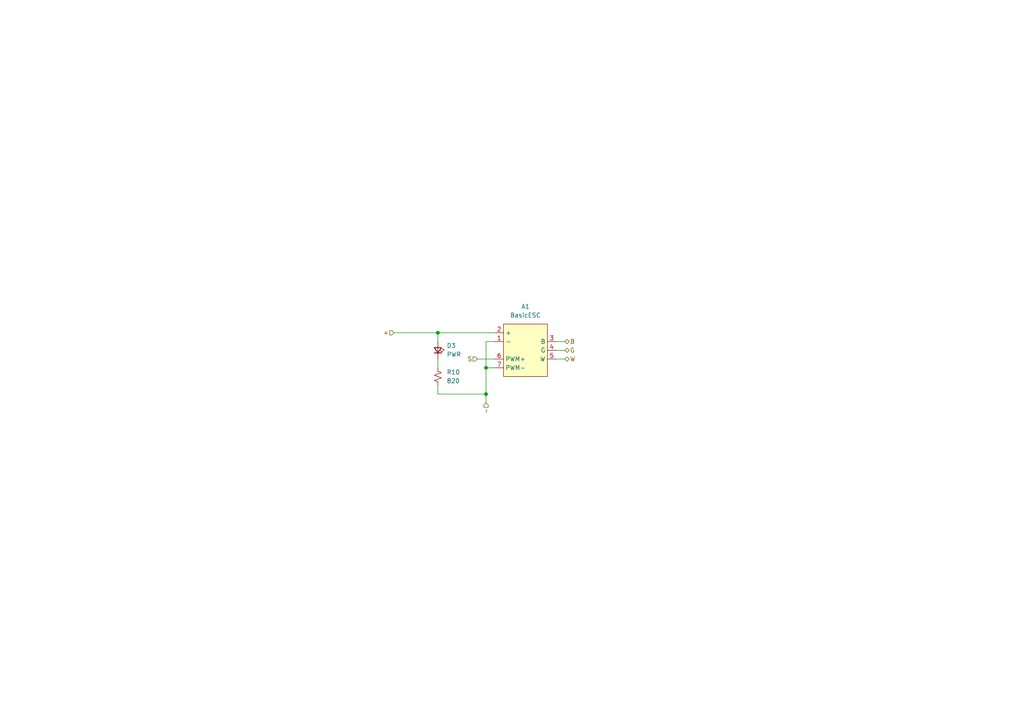
<source format=kicad_sch>
(kicad_sch (version 20211123) (generator eeschema)
  (paper "A4")
  (lib_symbols
    (symbol "AUVCSLA_SymbLib:BasicESC"
      (property "Reference" "A" (at 0 11.43 0))
      (property "Value" "BasicESC" (at 0 8.89 0))
      (symbol "BasicESC_0_1"
        (rectangle (start -6.35 7.62) (end 6.35 -7.62) (fill (type background)))
      )
      (symbol "BasicESC_1_1"
        (pin power_in line (at -8.89 2.54 0) (length 2.54) (name "-") (number "1"))
        (pin power_in line (at -8.89 5.08 0) (length 2.54) (name "+") (number "2"))
        (pin bidirectional line (at 8.89 2.54 180) (length 2.54) (name "B") (number "3"))
        (pin bidirectional line (at 8.89 0 180) (length 2.54) (name "G") (number "4"))
        (pin bidirectional line (at 8.89 -2.54 180) (length 2.54) (name "W") (number "5"))
        (pin input line (at -8.89 -2.54 0) (length 2.54) (name "PWM+") (number "6"))
        (pin input line (at -8.89 -5.08 0) (length 2.54) (name "PWM-") (number "7"))
      )
    )
    (symbol "Device:LED_Small" (pin_numbers hide) (pin_names (offset 0.254) hide)
      (property "Reference" "D" (at -1.27 3.175 0))
      (property "Value" "LED_Small" (at -4.445 -2.54 0))
      (symbol "LED_Small_0_1"
        (polyline (pts (xy -0.762 -1.016) (xy -0.762 1.016)) (stroke (width 0.254)))
        (polyline (pts (xy 1.016 0) (xy -0.762 0)))
        (polyline (pts (xy 0.762 -1.016) (xy -0.762 0) (xy 0.762 1.016) (xy 0.762 -1.016)) (stroke (width 0.254)))
        (polyline (pts (xy 0 0.762) (xy -0.508 1.27) (xy -0.254 1.27) (xy -0.508 1.27) (xy -0.508 1.016)))
        (polyline (pts (xy 0.508 1.27) (xy 0 1.778) (xy 0.254 1.778) (xy 0 1.778) (xy 0 1.524)))
      )
      (symbol "LED_Small_1_1"
        (pin passive line (at -2.54 0 0) (length 1.778) (name "K") (number "1"))
        (pin passive line (at 2.54 0 180) (length 1.778) (name "A") (number "2"))
      )
    )
    (symbol "Device:R_Small_US" (pin_numbers hide) (pin_names (offset 0.254) hide)
      (property "Reference" "R" (at 0.762 0.508 0))
      (property "Value" "R_Small_US" (at 0.762 -1.016 0))
      (symbol "R_Small_US_1_1"
        (polyline (pts (xy 0 0) (xy 1.016 -0.381) (xy 0 -0.762) (xy -1.016 -1.143) (xy 0 -1.524)))
        (polyline (pts (xy 0 1.524) (xy 1.016 1.143) (xy 0 0.762) (xy -1.016 0.381) (xy 0 0)))
        (pin passive line (at 0 2.54 270) (length 1.016) (name "~") (number "1"))
        (pin passive line (at 0 -2.54 90) (length 1.016) (name "~") (number "2"))
      )
    )
  )
  (junction (at 140.97 114.3))
  (junction (at 127 96.52))
  (junction (at 140.97 106.68))
  (wire (pts (xy 161.29 101.6) (xy 163.83 101.6)))
  (wire (pts (xy 143.51 99.06) (xy 140.97 99.06)))
  (wire (pts (xy 140.97 99.06) (xy 140.97 106.68)))
  (wire (pts (xy 140.97 106.68) (xy 140.97 114.3)))
  (wire (pts (xy 127 104.14) (xy 127 106.68)))
  (wire (pts (xy 140.97 114.3) (xy 140.97 116.84)))
  (wire (pts (xy 127 111.76) (xy 127 114.3)))
  (wire (pts (xy 114.3 96.52) (xy 127 96.52)))
  (wire (pts (xy 127 96.52) (xy 127 99.06)))
  (wire (pts (xy 127 114.3) (xy 140.97 114.3)))
  (wire (pts (xy 127 96.52) (xy 143.51 96.52)))
  (wire (pts (xy 138.43 104.14) (xy 143.51 104.14)))
  (wire (pts (xy 161.29 99.06) (xy 163.83 99.06)))
  (wire (pts (xy 140.97 106.68) (xy 143.51 106.68)))
  (wire (pts (xy 161.29 104.14) (xy 163.83 104.14)))
  (hierarchical_label "G" (shape bidirectional) (at 163.83 101.6 0))
  (hierarchical_label "-" (shape input) (at 140.97 116.84 270))
  (hierarchical_label "W" (shape bidirectional) (at 163.83 104.14 0))
  (hierarchical_label "B" (shape bidirectional) (at 163.83 99.06 0))
  (hierarchical_label "+" (shape input) (at 114.3 96.52 180))
  (hierarchical_label "S" (shape input) (at 138.43 104.14 180))
  (symbol (lib_id "AUVCSLA_SymbLib:BasicESC") (at 152.4 101.6 0) (unit 1)
    (property "Reference" "A1" (at 152.4 88.9 0))
    (property "Value" "BasicESC" (at 152.4 91.44 0))
    (property "Footprint" "AUVCSLA_FootLib:BasicESC" (effects hide))
  )
  (symbol (lib_id "Device:R_Small_US") (at 127 109.22 180) (unit 1)
    (property "Reference" "R10" (at 129.54 107.9499 0) (effects (justify right)))
    (property "Value" "820" (at 129.54 110.4899 0) (effects (justify right)))
    (property "Footprint" "Resistor_SMD:R_0603_1608Metric_Pad0.98x0.95mm_HandSolder" (effects hide))
  )
  (symbol (lib_id "Device:LED_Small") (at 127 101.6 270) (mirror x) (unit 1)
    (property "Reference" "D3" (at 129.54 100.2664 90) (effects (justify left)))
    (property "Value" "PWR" (at 129.54 102.8064 90) (effects (justify left)))
    (property "Footprint" "LED_SMD:LED_0603_1608Metric_Pad1.05x0.95mm_HandSolder" (effects hide))
  )
)
</source>
